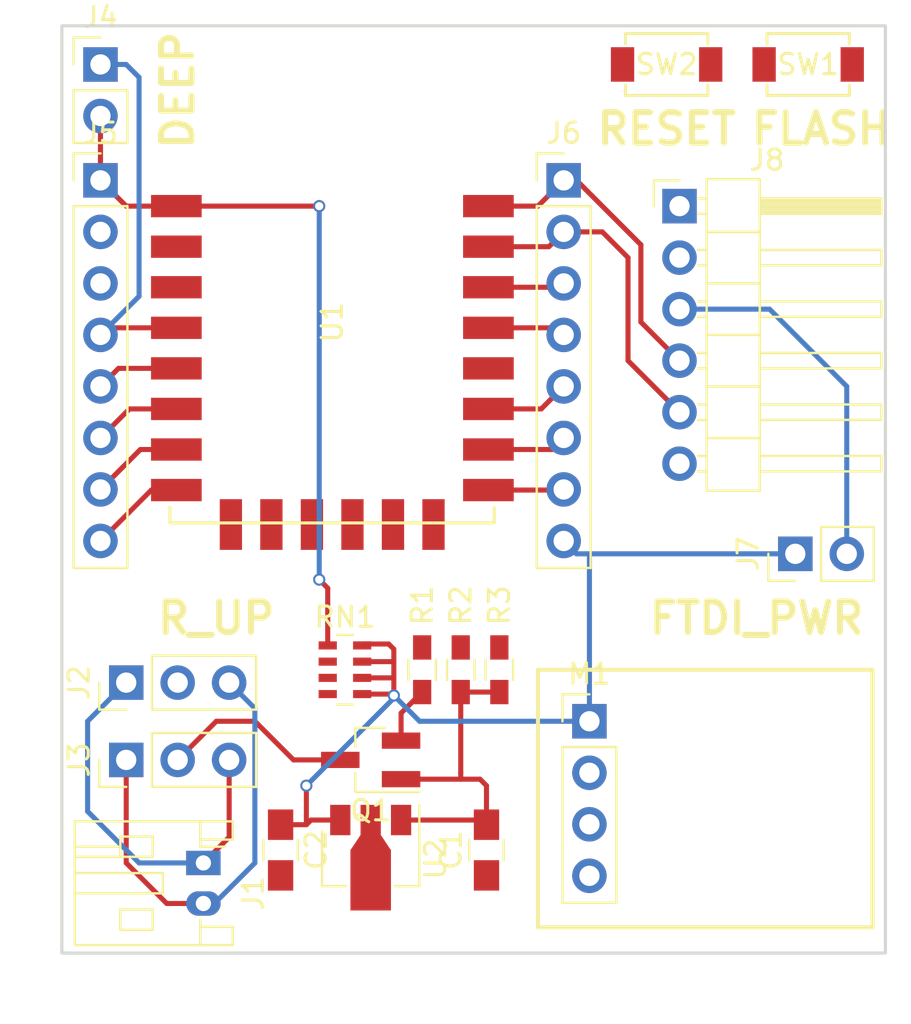
<source format=kicad_pcb>
(kicad_pcb (version 4) (host pcbnew 4.0.6-e0-6349~53~ubuntu14.04.1)

  (general
    (links 58)
    (no_connects 20)
    (area 115.494999 65.329999 156.285001 111.200001)
    (thickness 1.6)
    (drawings 13)
    (tracks 104)
    (zones 0)
    (modules 20)
    (nets 22)
  )

  (page A4)
  (layers
    (0 F.Cu signal)
    (31 B.Cu signal)
    (32 B.Adhes user)
    (33 F.Adhes user)
    (34 B.Paste user)
    (35 F.Paste user)
    (36 B.SilkS user)
    (37 F.SilkS user)
    (38 B.Mask user)
    (39 F.Mask user)
    (40 Dwgs.User user)
    (41 Cmts.User user)
    (42 Eco1.User user)
    (43 Eco2.User user)
    (44 Edge.Cuts user)
    (45 Margin user)
    (46 B.CrtYd user)
    (47 F.CrtYd user)
    (48 B.Fab user)
    (49 F.Fab user)
  )

  (setup
    (last_trace_width 0.25)
    (trace_clearance 0.2)
    (zone_clearance 0.508)
    (zone_45_only yes)
    (trace_min 0.2)
    (segment_width 0.2)
    (edge_width 0.15)
    (via_size 0.6)
    (via_drill 0.4)
    (via_min_size 0.4)
    (via_min_drill 0.3)
    (uvia_size 0.3)
    (uvia_drill 0.1)
    (uvias_allowed no)
    (uvia_min_size 0.2)
    (uvia_min_drill 0.1)
    (pcb_text_width 0.3)
    (pcb_text_size 1.5 1.5)
    (mod_edge_width 0.15)
    (mod_text_size 1 1)
    (mod_text_width 0.15)
    (pad_size 1.524 1.524)
    (pad_drill 0.762)
    (pad_to_mask_clearance 0.2)
    (aux_axis_origin 0 0)
    (visible_elements FFFFFF7F)
    (pcbplotparams
      (layerselection 0x00030_80000001)
      (usegerberextensions false)
      (excludeedgelayer true)
      (linewidth 0.100000)
      (plotframeref false)
      (viasonmask false)
      (mode 1)
      (useauxorigin false)
      (hpglpennumber 1)
      (hpglpenspeed 20)
      (hpglpendiameter 15)
      (hpglpenoverlay 2)
      (psnegative false)
      (psa4output false)
      (plotreference true)
      (plotvalue true)
      (plotinvisibletext false)
      (padsonsilk false)
      (subtractmaskfromsilk false)
      (outputformat 1)
      (mirror false)
      (drillshape 1)
      (scaleselection 1)
      (outputdirectory ""))
  )

  (net 0 "")
  (net 1 +3V3)
  (net 2 GND)
  (net 3 "Net-(J1-Pad1)")
  (net 4 "Net-(J1-Pad2)")
  (net 5 "Net-(J3-Pad2)")
  (net 6 RESET)
  (net 7 GPIO16)
  (net 8 /GPIO14)
  (net 9 /GPIO12)
  (net 10 /GPIO13)
  (net 11 TXD)
  (net 12 RXD)
  (net 13 "Net-(J6-Pad3)")
  (net 14 "Net-(J6-Pad4)")
  (net 15 "Net-(J6-Pad5)")
  (net 16 "Net-(J6-Pad6)")
  (net 17 "Net-(J7-Pad2)")
  (net 18 /ADC)
  (net 19 CH_PD)
  (net 20 GPIO0)
  (net 21 VBAT_PROT)

  (net_class Default "This is the default net class."
    (clearance 0.2)
    (trace_width 0.25)
    (via_dia 0.6)
    (via_drill 0.4)
    (uvia_dia 0.3)
    (uvia_drill 0.1)
    (add_net +3V3)
    (add_net /ADC)
    (add_net /GPIO12)
    (add_net /GPIO13)
    (add_net /GPIO14)
    (add_net CH_PD)
    (add_net GND)
    (add_net GPIO0)
    (add_net GPIO16)
    (add_net "Net-(J1-Pad1)")
    (add_net "Net-(J1-Pad2)")
    (add_net "Net-(J3-Pad2)")
    (add_net "Net-(J6-Pad3)")
    (add_net "Net-(J6-Pad4)")
    (add_net "Net-(J6-Pad5)")
    (add_net "Net-(J6-Pad6)")
    (add_net "Net-(J7-Pad2)")
    (add_net RESET)
    (add_net RXD)
    (add_net TXD)
    (add_net VBAT_PROT)
  )

  (module Capacitors_SMD:C_0805_HandSoldering (layer F.Cu) (tedit 58AA84A8) (tstamp 598773A0)
    (at 126.365 106.045 270)
    (descr "Capacitor SMD 0805, hand soldering")
    (tags "capacitor 0805")
    (path /59600FFC)
    (attr smd)
    (fp_text reference C2 (at 0 -1.75 270) (layer F.SilkS)
      (effects (font (size 1 1) (thickness 0.15)))
    )
    (fp_text value C (at 0 1.75 270) (layer F.Fab)
      (effects (font (size 1 1) (thickness 0.15)))
    )
    (fp_text user %R (at 0 -1.75 270) (layer F.Fab)
      (effects (font (size 1 1) (thickness 0.15)))
    )
    (fp_line (start -1 0.62) (end -1 -0.62) (layer F.Fab) (width 0.1))
    (fp_line (start 1 0.62) (end -1 0.62) (layer F.Fab) (width 0.1))
    (fp_line (start 1 -0.62) (end 1 0.62) (layer F.Fab) (width 0.1))
    (fp_line (start -1 -0.62) (end 1 -0.62) (layer F.Fab) (width 0.1))
    (fp_line (start 0.5 -0.85) (end -0.5 -0.85) (layer F.SilkS) (width 0.12))
    (fp_line (start -0.5 0.85) (end 0.5 0.85) (layer F.SilkS) (width 0.12))
    (fp_line (start -2.25 -0.88) (end 2.25 -0.88) (layer F.CrtYd) (width 0.05))
    (fp_line (start -2.25 -0.88) (end -2.25 0.87) (layer F.CrtYd) (width 0.05))
    (fp_line (start 2.25 0.87) (end 2.25 -0.88) (layer F.CrtYd) (width 0.05))
    (fp_line (start 2.25 0.87) (end -2.25 0.87) (layer F.CrtYd) (width 0.05))
    (pad 1 smd rect (at -1.25 0 270) (size 1.5 1.25) (layers F.Cu F.Paste F.Mask)
      (net 1 +3V3))
    (pad 2 smd rect (at 1.25 0 270) (size 1.5 1.25) (layers F.Cu F.Paste F.Mask)
      (net 2 GND))
    (model Capacitors_SMD.3dshapes/C_0805.wrl
      (at (xyz 0 0 0))
      (scale (xyz 1 1 1))
      (rotate (xyz 0 0 0))
    )
  )

  (module Pin_Headers:Pin_Header_Straight_1x04_Pitch2.54mm (layer F.Cu) (tedit 58CD4EC1) (tstamp 59660F2B)
    (at 141.605 99.695)
    (descr "Through hole straight pin header, 1x04, 2.54mm pitch, single row")
    (tags "Through hole pin header THT 1x04 2.54mm single row")
    (path /596007DD)
    (fp_text reference M1 (at 0 -2.33) (layer F.SilkS)
      (effects (font (size 1 1) (thickness 0.15)))
    )
    (fp_text value BMP180_Breakout (at 0 9.95) (layer F.Fab)
      (effects (font (size 1 1) (thickness 0.15)))
    )
    (fp_line (start -1.27 -1.27) (end -1.27 8.89) (layer F.Fab) (width 0.1))
    (fp_line (start -1.27 8.89) (end 1.27 8.89) (layer F.Fab) (width 0.1))
    (fp_line (start 1.27 8.89) (end 1.27 -1.27) (layer F.Fab) (width 0.1))
    (fp_line (start 1.27 -1.27) (end -1.27 -1.27) (layer F.Fab) (width 0.1))
    (fp_line (start -1.33 1.27) (end -1.33 8.95) (layer F.SilkS) (width 0.12))
    (fp_line (start -1.33 8.95) (end 1.33 8.95) (layer F.SilkS) (width 0.12))
    (fp_line (start 1.33 8.95) (end 1.33 1.27) (layer F.SilkS) (width 0.12))
    (fp_line (start 1.33 1.27) (end -1.33 1.27) (layer F.SilkS) (width 0.12))
    (fp_line (start -1.33 0) (end -1.33 -1.33) (layer F.SilkS) (width 0.12))
    (fp_line (start -1.33 -1.33) (end 0 -1.33) (layer F.SilkS) (width 0.12))
    (fp_line (start -1.8 -1.8) (end -1.8 9.4) (layer F.CrtYd) (width 0.05))
    (fp_line (start -1.8 9.4) (end 1.8 9.4) (layer F.CrtYd) (width 0.05))
    (fp_line (start 1.8 9.4) (end 1.8 -1.8) (layer F.CrtYd) (width 0.05))
    (fp_line (start 1.8 -1.8) (end -1.8 -1.8) (layer F.CrtYd) (width 0.05))
    (fp_text user %R (at 0 -2.33) (layer F.Fab)
      (effects (font (size 1 1) (thickness 0.15)))
    )
    (pad 1 thru_hole rect (at 0 0) (size 1.7 1.7) (drill 1) (layers *.Cu *.Mask)
      (net 1 +3V3))
    (pad 2 thru_hole oval (at 0 2.54) (size 1.7 1.7) (drill 1) (layers *.Cu *.Mask)
      (net 2 GND))
    (pad 3 thru_hole oval (at 0 5.08) (size 1.7 1.7) (drill 1) (layers *.Cu *.Mask)
      (net 13 "Net-(J6-Pad3)"))
    (pad 4 thru_hole oval (at 0 7.62) (size 1.7 1.7) (drill 1) (layers *.Cu *.Mask)
      (net 14 "Net-(J6-Pad4)"))
    (model ${KISYS3DMOD}/Pin_Headers.3dshapes/Pin_Header_Straight_1x04_Pitch2.54mm.wrl
      (at (xyz 0 -0.15 0))
      (scale (xyz 1 1 1))
      (rotate (xyz 0 0 90))
    )
  )

  (module ESP8266:ESP-12E_SMD (layer F.Cu) (tedit 5960252E) (tstamp 59660F59)
    (at 121.92 74.295)
    (descr "Module, ESP-8266, ESP-12, 16 pad, SMD")
    (tags "Module ESP-8266 ESP8266")
    (path /595FFFFC)
    (fp_text reference U1 (at 6.985 5.715 90) (layer F.SilkS)
      (effects (font (size 1 1) (thickness 0.15)))
    )
    (fp_text value ESP-12E (at 5.08 6.35 90) (layer F.Fab) hide
      (effects (font (size 1 1) (thickness 0.15)))
    )
    (fp_line (start -2.25 -0.5) (end -2.25 -8.75) (layer F.CrtYd) (width 0.05))
    (fp_line (start -2.25 -8.75) (end 15.25 -8.75) (layer F.CrtYd) (width 0.05))
    (fp_line (start 15.25 -8.75) (end 16.25 -8.75) (layer F.CrtYd) (width 0.05))
    (fp_line (start 16.25 -8.75) (end 16.25 16) (layer F.CrtYd) (width 0.05))
    (fp_line (start 16.25 16) (end -2.25 16) (layer F.CrtYd) (width 0.05))
    (fp_line (start -2.25 16) (end -2.25 -0.5) (layer F.CrtYd) (width 0.05))
    (fp_line (start -1.016 -8.382) (end 14.986 -8.382) (layer F.CrtYd) (width 0.1524))
    (fp_line (start 14.986 -8.382) (end 14.986 -0.889) (layer F.CrtYd) (width 0.1524))
    (fp_line (start -1.016 -8.382) (end -1.016 -1.016) (layer F.CrtYd) (width 0.1524))
    (fp_line (start -1.016 14.859) (end -1.016 15.621) (layer F.SilkS) (width 0.1524))
    (fp_line (start -1.016 15.621) (end 14.986 15.621) (layer F.SilkS) (width 0.1524))
    (fp_line (start 14.986 15.621) (end 14.986 14.859) (layer F.SilkS) (width 0.1524))
    (fp_line (start 14.992 -8.4) (end -1.008 -2.6) (layer F.CrtYd) (width 0.1524))
    (fp_line (start -1.008 -8.4) (end 14.992 -2.6) (layer F.CrtYd) (width 0.1524))
    (fp_text user "No Copper" (at 6.892 -5.4) (layer F.CrtYd)
      (effects (font (size 1 1) (thickness 0.15)))
    )
    (fp_line (start -1.008 -2.6) (end 14.992 -2.6) (layer F.CrtYd) (width 0.1524))
    (fp_line (start 15 -8.4) (end 15 15.6) (layer F.Fab) (width 0.05))
    (fp_line (start 14.992 15.6) (end -1.008 15.6) (layer F.Fab) (width 0.05))
    (fp_line (start -1.008 15.6) (end -1.008 -8.4) (layer F.Fab) (width 0.05))
    (fp_line (start -1.008 -8.4) (end 14.992 -8.4) (layer F.Fab) (width 0.05))
    (pad 1 smd rect (at 0 0) (size 2.5 1.1) (drill (offset -0.7 0)) (layers F.Cu F.Paste F.Mask)
      (net 6 RESET))
    (pad 2 smd rect (at 0 2) (size 2.5 1.1) (drill (offset -0.7 0)) (layers F.Cu F.Paste F.Mask)
      (net 18 /ADC))
    (pad 3 smd rect (at 0 4) (size 2.5 1.1) (drill (offset -0.7 0)) (layers F.Cu F.Paste F.Mask)
      (net 19 CH_PD))
    (pad 4 smd rect (at 0 6) (size 2.5 1.1) (drill (offset -0.7 0)) (layers F.Cu F.Paste F.Mask)
      (net 7 GPIO16))
    (pad 5 smd rect (at 0 8) (size 2.5 1.1) (drill (offset -0.7 0)) (layers F.Cu F.Paste F.Mask)
      (net 8 /GPIO14))
    (pad 6 smd rect (at 0 10) (size 2.5 1.1) (drill (offset -0.7 0)) (layers F.Cu F.Paste F.Mask)
      (net 9 /GPIO12))
    (pad 7 smd rect (at 0 12) (size 2.5 1.1) (drill (offset -0.7 0)) (layers F.Cu F.Paste F.Mask)
      (net 10 /GPIO13))
    (pad 8 smd rect (at 0 14) (size 2.5 1.1) (drill (offset -0.7 0)) (layers F.Cu F.Paste F.Mask)
      (net 1 +3V3))
    (pad 9 smd rect (at 14 14) (size 2.5 1.1) (drill (offset 0.7 0)) (layers F.Cu F.Paste F.Mask)
      (net 2 GND))
    (pad 10 smd rect (at 14 12) (size 2.5 1.1) (drill (offset 0.7 0)) (layers F.Cu F.Paste F.Mask)
      (net 16 "Net-(J6-Pad6)"))
    (pad 11 smd rect (at 14 10) (size 2.5 1.1) (drill (offset 0.7 0)) (layers F.Cu F.Paste F.Mask)
      (net 15 "Net-(J6-Pad5)"))
    (pad 12 smd rect (at 14 8) (size 2.5 1.1) (drill (offset 0.7 0)) (layers F.Cu F.Paste F.Mask)
      (net 20 GPIO0))
    (pad 13 smd rect (at 14 6) (size 2.5 1.1) (drill (offset 0.7 0)) (layers F.Cu F.Paste F.Mask)
      (net 14 "Net-(J6-Pad4)"))
    (pad 14 smd rect (at 14 4) (size 2.5 1.1) (drill (offset 0.7 0)) (layers F.Cu F.Paste F.Mask)
      (net 13 "Net-(J6-Pad3)"))
    (pad 15 smd rect (at 14 2) (size 2.5 1.1) (drill (offset 0.7 0)) (layers F.Cu F.Paste F.Mask)
      (net 12 RXD))
    (pad 16 smd rect (at 14 0) (size 2.5 1.1) (drill (offset 0.7 0)) (layers F.Cu F.Paste F.Mask)
      (net 11 TXD))
    (pad 17 smd rect (at 1.99 15 90) (size 2.5 1.1) (drill (offset -0.7 0)) (layers F.Cu F.Paste F.Mask))
    (pad 18 smd rect (at 3.99 15 90) (size 2.5 1.1) (drill (offset -0.7 0)) (layers F.Cu F.Paste F.Mask))
    (pad 19 smd rect (at 5.99 15 90) (size 2.5 1.1) (drill (offset -0.7 0)) (layers F.Cu F.Paste F.Mask))
    (pad 20 smd rect (at 7.99 15 90) (size 2.5 1.1) (drill (offset -0.7 0)) (layers F.Cu F.Paste F.Mask))
    (pad 21 smd rect (at 9.99 15 90) (size 2.5 1.1) (drill (offset -0.7 0)) (layers F.Cu F.Paste F.Mask))
    (pad 22 smd rect (at 11.99 15 90) (size 2.5 1.1) (drill (offset -0.7 0)) (layers F.Cu F.Paste F.Mask))
    (model ${ESPLIB}/ESP8266.3dshapes/ESP-12.wrl
      (at (xyz 0 0 0))
      (scale (xyz 0.3937 0.3937 0.3937))
      (rotate (xyz 0 0 0))
    )
  )

  (module Connectors_JST:JST_PH_S2B-PH-K_02x2.00mm_Angled (layer F.Cu) (tedit 58D3FE32) (tstamp 5971B0F5)
    (at 122.555 106.68 270)
    (descr "JST PH series connector, S2B-PH-K, side entry type, through hole, Datasheet: http://www.jst-mfg.com/product/pdf/eng/ePH.pdf")
    (tags "connector jst ph")
    (path /59600C15)
    (fp_text reference J1 (at 1.5 -2.45 270) (layer F.SilkS)
      (effects (font (size 1 1) (thickness 0.15)))
    )
    (fp_text value CONN_01X02 (at 1 7.25 270) (layer F.Fab)
      (effects (font (size 1 1) (thickness 0.15)))
    )
    (fp_line (start 0.5 6.35) (end 0.5 2) (layer F.SilkS) (width 0.12))
    (fp_line (start 0.5 2) (end 1.5 2) (layer F.SilkS) (width 0.12))
    (fp_line (start 1.5 2) (end 1.5 6.35) (layer F.SilkS) (width 0.12))
    (fp_line (start -0.8 0.15) (end -1.15 0.15) (layer F.SilkS) (width 0.12))
    (fp_line (start -1.15 0.15) (end -1.15 -1.45) (layer F.SilkS) (width 0.12))
    (fp_line (start -1.15 -1.45) (end -2.05 -1.45) (layer F.SilkS) (width 0.12))
    (fp_line (start -2.05 -1.45) (end -2.05 6.35) (layer F.SilkS) (width 0.12))
    (fp_line (start -2.05 6.35) (end 4.05 6.35) (layer F.SilkS) (width 0.12))
    (fp_line (start 4.05 6.35) (end 4.05 -1.45) (layer F.SilkS) (width 0.12))
    (fp_line (start 4.05 -1.45) (end 3.15 -1.45) (layer F.SilkS) (width 0.12))
    (fp_line (start 3.15 -1.45) (end 3.15 0.15) (layer F.SilkS) (width 0.12))
    (fp_line (start 3.15 0.15) (end 2.8 0.15) (layer F.SilkS) (width 0.12))
    (fp_line (start -2.05 0.15) (end -1.15 0.15) (layer F.SilkS) (width 0.12))
    (fp_line (start 4.05 0.15) (end 3.15 0.15) (layer F.SilkS) (width 0.12))
    (fp_line (start -1.3 2.5) (end -1.3 4.1) (layer F.SilkS) (width 0.12))
    (fp_line (start -1.3 4.1) (end -0.3 4.1) (layer F.SilkS) (width 0.12))
    (fp_line (start -0.3 4.1) (end -0.3 2.5) (layer F.SilkS) (width 0.12))
    (fp_line (start -0.3 2.5) (end -1.3 2.5) (layer F.SilkS) (width 0.12))
    (fp_line (start 3.3 2.5) (end 3.3 4.1) (layer F.SilkS) (width 0.12))
    (fp_line (start 3.3 4.1) (end 2.3 4.1) (layer F.SilkS) (width 0.12))
    (fp_line (start 2.3 4.1) (end 2.3 2.5) (layer F.SilkS) (width 0.12))
    (fp_line (start 2.3 2.5) (end 3.3 2.5) (layer F.SilkS) (width 0.12))
    (fp_line (start -0.3 4.1) (end -0.3 6.35) (layer F.SilkS) (width 0.12))
    (fp_line (start -0.8 4.1) (end -0.8 6.35) (layer F.SilkS) (width 0.12))
    (fp_line (start -2.45 -1.85) (end -2.45 6.75) (layer F.CrtYd) (width 0.05))
    (fp_line (start -2.45 6.75) (end 4.45 6.75) (layer F.CrtYd) (width 0.05))
    (fp_line (start 4.45 6.75) (end 4.45 -1.85) (layer F.CrtYd) (width 0.05))
    (fp_line (start 4.45 -1.85) (end -2.45 -1.85) (layer F.CrtYd) (width 0.05))
    (fp_line (start -1.25 0.25) (end -1.25 -1.35) (layer F.Fab) (width 0.1))
    (fp_line (start -1.25 -1.35) (end -1.95 -1.35) (layer F.Fab) (width 0.1))
    (fp_line (start -1.95 -1.35) (end -1.95 6.25) (layer F.Fab) (width 0.1))
    (fp_line (start -1.95 6.25) (end 3.95 6.25) (layer F.Fab) (width 0.1))
    (fp_line (start 3.95 6.25) (end 3.95 -1.35) (layer F.Fab) (width 0.1))
    (fp_line (start 3.95 -1.35) (end 3.25 -1.35) (layer F.Fab) (width 0.1))
    (fp_line (start 3.25 -1.35) (end 3.25 0.25) (layer F.Fab) (width 0.1))
    (fp_line (start 3.25 0.25) (end -1.25 0.25) (layer F.Fab) (width 0.1))
    (fp_line (start -0.8 0.15) (end -0.8 -1.05) (layer F.SilkS) (width 0.12))
    (fp_line (start 0 0.85) (end -0.5 1.35) (layer F.Fab) (width 0.1))
    (fp_line (start -0.5 1.35) (end 0.5 1.35) (layer F.Fab) (width 0.1))
    (fp_line (start 0.5 1.35) (end 0 0.85) (layer F.Fab) (width 0.1))
    (fp_text user %R (at 1 2.5 270) (layer F.Fab)
      (effects (font (size 1 1) (thickness 0.15)))
    )
    (pad 1 thru_hole rect (at 0 0 270) (size 1.2 1.7) (drill 0.75) (layers *.Cu *.Mask)
      (net 3 "Net-(J1-Pad1)"))
    (pad 2 thru_hole oval (at 2 0 270) (size 1.2 1.7) (drill 0.75) (layers *.Cu *.Mask)
      (net 4 "Net-(J1-Pad2)"))
    (model ${KISYS3DMOD}/Connectors_JST.3dshapes/JST_PH_S2B-PH-K_02x2.00mm_Angled.wrl
      (at (xyz 0 0 0))
      (scale (xyz 1 1 1))
      (rotate (xyz 0 0 0))
    )
  )

  (module TO_SOT_Packages_SMD:SOT-23_Handsoldering (layer F.Cu) (tedit 58CE4E7E) (tstamp 5971B10A)
    (at 130.81 101.6 180)
    (descr "SOT-23, Handsoldering")
    (tags SOT-23)
    (path /59601897)
    (attr smd)
    (fp_text reference Q1 (at 0 -2.5 180) (layer F.SilkS)
      (effects (font (size 1 1) (thickness 0.15)))
    )
    (fp_text value Q_PMOS_GSD (at 0 2.5 180) (layer F.Fab)
      (effects (font (size 1 1) (thickness 0.15)))
    )
    (fp_text user %R (at 0 0 180) (layer F.Fab)
      (effects (font (size 0.5 0.5) (thickness 0.075)))
    )
    (fp_line (start 0.76 1.58) (end 0.76 0.65) (layer F.SilkS) (width 0.12))
    (fp_line (start 0.76 -1.58) (end 0.76 -0.65) (layer F.SilkS) (width 0.12))
    (fp_line (start -2.7 -1.75) (end 2.7 -1.75) (layer F.CrtYd) (width 0.05))
    (fp_line (start 2.7 -1.75) (end 2.7 1.75) (layer F.CrtYd) (width 0.05))
    (fp_line (start 2.7 1.75) (end -2.7 1.75) (layer F.CrtYd) (width 0.05))
    (fp_line (start -2.7 1.75) (end -2.7 -1.75) (layer F.CrtYd) (width 0.05))
    (fp_line (start 0.76 -1.58) (end -2.4 -1.58) (layer F.SilkS) (width 0.12))
    (fp_line (start -0.7 -0.95) (end -0.7 1.5) (layer F.Fab) (width 0.1))
    (fp_line (start -0.15 -1.52) (end 0.7 -1.52) (layer F.Fab) (width 0.1))
    (fp_line (start -0.7 -0.95) (end -0.15 -1.52) (layer F.Fab) (width 0.1))
    (fp_line (start 0.7 -1.52) (end 0.7 1.52) (layer F.Fab) (width 0.1))
    (fp_line (start -0.7 1.52) (end 0.7 1.52) (layer F.Fab) (width 0.1))
    (fp_line (start 0.76 1.58) (end -0.7 1.58) (layer F.SilkS) (width 0.12))
    (pad 1 smd rect (at -1.5 -0.95 180) (size 1.9 0.8) (layers F.Cu F.Paste F.Mask)
      (net 2 GND))
    (pad 2 smd rect (at -1.5 0.95 180) (size 1.9 0.8) (layers F.Cu F.Paste F.Mask)
      (net 21 VBAT_PROT))
    (pad 3 smd rect (at 1.5 0 180) (size 1.9 0.8) (layers F.Cu F.Paste F.Mask)
      (net 5 "Net-(J3-Pad2)"))
    (model ${KISYS3DMOD}/TO_SOT_Packages_SMD.3dshapes\SOT-23.wrl
      (at (xyz 0 0 0))
      (scale (xyz 1 1 1))
      (rotate (xyz 0 0 0))
    )
  )

  (module Resistors_SMD:R_0603_HandSoldering (layer F.Cu) (tedit 596020B9) (tstamp 5971B11B)
    (at 133.35 97.155 90)
    (descr "Resistor SMD 0603, hand soldering")
    (tags "resistor 0603")
    (path /5960122C)
    (attr smd)
    (fp_text reference R1 (at 3.175 0 90) (layer F.SilkS)
      (effects (font (size 1 1) (thickness 0.15)))
    )
    (fp_text value 320K (at 0 1.55 90) (layer F.Fab)
      (effects (font (size 1 1) (thickness 0.15)))
    )
    (fp_text user %R (at 0 0 90) (layer F.Fab)
      (effects (font (size 0.5 0.5) (thickness 0.075)))
    )
    (fp_line (start -0.8 0.4) (end -0.8 -0.4) (layer F.Fab) (width 0.1))
    (fp_line (start 0.8 0.4) (end -0.8 0.4) (layer F.Fab) (width 0.1))
    (fp_line (start 0.8 -0.4) (end 0.8 0.4) (layer F.Fab) (width 0.1))
    (fp_line (start -0.8 -0.4) (end 0.8 -0.4) (layer F.Fab) (width 0.1))
    (fp_line (start 0.5 0.68) (end -0.5 0.68) (layer F.SilkS) (width 0.12))
    (fp_line (start -0.5 -0.68) (end 0.5 -0.68) (layer F.SilkS) (width 0.12))
    (fp_line (start -1.96 -0.7) (end 1.95 -0.7) (layer F.CrtYd) (width 0.05))
    (fp_line (start -1.96 -0.7) (end -1.96 0.7) (layer F.CrtYd) (width 0.05))
    (fp_line (start 1.95 0.7) (end 1.95 -0.7) (layer F.CrtYd) (width 0.05))
    (fp_line (start 1.95 0.7) (end -1.96 0.7) (layer F.CrtYd) (width 0.05))
    (pad 1 smd rect (at -1.1 0 90) (size 1.2 0.9) (layers F.Cu F.Paste F.Mask)
      (net 21 VBAT_PROT))
    (pad 2 smd rect (at 1.1 0 90) (size 1.2 0.9) (layers F.Cu F.Paste F.Mask)
      (net 18 /ADC))
    (model ${KISYS3DMOD}/Resistors_SMD.3dshapes/R_0603.wrl
      (at (xyz 0 0 0))
      (scale (xyz 1 1 1))
      (rotate (xyz 0 0 0))
    )
  )

  (module Resistors_SMD:R_0603_HandSoldering (layer F.Cu) (tedit 596020B6) (tstamp 5971B12C)
    (at 135.255 97.155 270)
    (descr "Resistor SMD 0603, hand soldering")
    (tags "resistor 0603")
    (path /59601270)
    (attr smd)
    (fp_text reference R2 (at -3.175 0 270) (layer F.SilkS)
      (effects (font (size 1 1) (thickness 0.15)))
    )
    (fp_text value 100K (at 0 1.55 270) (layer F.Fab)
      (effects (font (size 1 1) (thickness 0.15)))
    )
    (fp_text user %R (at 0 0 270) (layer F.Fab)
      (effects (font (size 0.5 0.5) (thickness 0.075)))
    )
    (fp_line (start -0.8 0.4) (end -0.8 -0.4) (layer F.Fab) (width 0.1))
    (fp_line (start 0.8 0.4) (end -0.8 0.4) (layer F.Fab) (width 0.1))
    (fp_line (start 0.8 -0.4) (end 0.8 0.4) (layer F.Fab) (width 0.1))
    (fp_line (start -0.8 -0.4) (end 0.8 -0.4) (layer F.Fab) (width 0.1))
    (fp_line (start 0.5 0.68) (end -0.5 0.68) (layer F.SilkS) (width 0.12))
    (fp_line (start -0.5 -0.68) (end 0.5 -0.68) (layer F.SilkS) (width 0.12))
    (fp_line (start -1.96 -0.7) (end 1.95 -0.7) (layer F.CrtYd) (width 0.05))
    (fp_line (start -1.96 -0.7) (end -1.96 0.7) (layer F.CrtYd) (width 0.05))
    (fp_line (start 1.95 0.7) (end 1.95 -0.7) (layer F.CrtYd) (width 0.05))
    (fp_line (start 1.95 0.7) (end -1.96 0.7) (layer F.CrtYd) (width 0.05))
    (pad 1 smd rect (at -1.1 0 270) (size 1.2 0.9) (layers F.Cu F.Paste F.Mask)
      (net 18 /ADC))
    (pad 2 smd rect (at 1.1 0 270) (size 1.2 0.9) (layers F.Cu F.Paste F.Mask)
      (net 2 GND))
    (model ${KISYS3DMOD}/Resistors_SMD.3dshapes/R_0603.wrl
      (at (xyz 0 0 0))
      (scale (xyz 1 1 1))
      (rotate (xyz 0 0 0))
    )
  )

  (module TO_SOT_Packages_SMD:SOT89-3_Housing (layer F.Cu) (tedit 58CE4E7F) (tstamp 5971B143)
    (at 130.81 106.045 270)
    (descr "SOT89-3, Housing,")
    (tags "SOT89-3 Housing ")
    (path /59600CBD)
    (attr smd)
    (fp_text reference U2 (at 0.45 -3.2 270) (layer F.SilkS)
      (effects (font (size 1 1) (thickness 0.15)))
    )
    (fp_text value MCP1703A-3302/MB (at 0.45 3.25 270) (layer F.Fab)
      (effects (font (size 1 1) (thickness 0.15)))
    )
    (fp_text user %R (at 0.38 0 270) (layer F.Fab)
      (effects (font (size 0.6 0.6) (thickness 0.09)))
    )
    (fp_line (start 1.78 1.2) (end 1.78 2.4) (layer F.SilkS) (width 0.12))
    (fp_line (start 1.78 2.4) (end -0.92 2.4) (layer F.SilkS) (width 0.12))
    (fp_line (start -2.22 -2.4) (end 1.78 -2.4) (layer F.SilkS) (width 0.12))
    (fp_line (start 1.78 -2.4) (end 1.78 -1.2) (layer F.SilkS) (width 0.12))
    (fp_line (start -0.92 -1.51) (end -0.13 -2.3) (layer F.Fab) (width 0.1))
    (fp_line (start 1.68 -2.3) (end 1.68 2.3) (layer F.Fab) (width 0.1))
    (fp_line (start 1.68 2.3) (end -0.92 2.3) (layer F.Fab) (width 0.1))
    (fp_line (start -0.92 2.3) (end -0.92 -1.51) (layer F.Fab) (width 0.1))
    (fp_line (start -0.13 -2.3) (end 1.68 -2.3) (layer F.Fab) (width 0.1))
    (fp_line (start 3.23 -2.55) (end 3.23 2.55) (layer F.CrtYd) (width 0.05))
    (fp_line (start 3.23 -2.55) (end -2.48 -2.55) (layer F.CrtYd) (width 0.05))
    (fp_line (start -2.48 2.55) (end 3.23 2.55) (layer F.CrtYd) (width 0.05))
    (fp_line (start -2.48 2.55) (end -2.48 -2.55) (layer F.CrtYd) (width 0.05))
    (pad 1 smd rect (at -1.48 -1.5 180) (size 1 1.5) (layers F.Cu F.Paste F.Mask)
      (net 2 GND))
    (pad 2 smd rect (at -1.48 0 180) (size 1 1.5) (layers F.Cu F.Paste F.Mask)
      (net 21 VBAT_PROT))
    (pad 3 smd rect (at -1.48 1.5 180) (size 1 1.5) (layers F.Cu F.Paste F.Mask)
      (net 1 +3V3))
    (pad 2 smd rect (at 1.48 0 180) (size 2 3) (layers F.Cu F.Paste F.Mask)
      (net 21 VBAT_PROT))
    (pad 2 smd trapezoid (at -0.37 0) (size 1.5 0.75) (rect_delta 0 0.5 ) (layers F.Cu F.Paste F.Mask)
      (net 21 VBAT_PROT))
    (model ${KISYS3DMOD}/TO_SOT_Packages_SMD.3dshapes/SOT89-3_Housing.wrl
      (at (xyz 0.02 0 0))
      (scale (xyz 0.39 0.39 0.39))
      (rotate (xyz 0 0 90))
    )
  )

  (module Pin_Headers:Pin_Header_Straight_1x03_Pitch2.54mm (layer F.Cu) (tedit 58CD4EC1) (tstamp 59772255)
    (at 118.745 97.79 90)
    (descr "Through hole straight pin header, 1x03, 2.54mm pitch, single row")
    (tags "Through hole pin header THT 1x03 2.54mm single row")
    (path /596014CE)
    (fp_text reference J2 (at 0 -2.33 90) (layer F.SilkS)
      (effects (font (size 1 1) (thickness 0.15)))
    )
    (fp_text value CONN_01X03 (at 0 7.41 90) (layer F.Fab)
      (effects (font (size 1 1) (thickness 0.15)))
    )
    (fp_line (start -1.27 -1.27) (end -1.27 6.35) (layer F.Fab) (width 0.1))
    (fp_line (start -1.27 6.35) (end 1.27 6.35) (layer F.Fab) (width 0.1))
    (fp_line (start 1.27 6.35) (end 1.27 -1.27) (layer F.Fab) (width 0.1))
    (fp_line (start 1.27 -1.27) (end -1.27 -1.27) (layer F.Fab) (width 0.1))
    (fp_line (start -1.33 1.27) (end -1.33 6.41) (layer F.SilkS) (width 0.12))
    (fp_line (start -1.33 6.41) (end 1.33 6.41) (layer F.SilkS) (width 0.12))
    (fp_line (start 1.33 6.41) (end 1.33 1.27) (layer F.SilkS) (width 0.12))
    (fp_line (start 1.33 1.27) (end -1.33 1.27) (layer F.SilkS) (width 0.12))
    (fp_line (start -1.33 0) (end -1.33 -1.33) (layer F.SilkS) (width 0.12))
    (fp_line (start -1.33 -1.33) (end 0 -1.33) (layer F.SilkS) (width 0.12))
    (fp_line (start -1.8 -1.8) (end -1.8 6.85) (layer F.CrtYd) (width 0.05))
    (fp_line (start -1.8 6.85) (end 1.8 6.85) (layer F.CrtYd) (width 0.05))
    (fp_line (start 1.8 6.85) (end 1.8 -1.8) (layer F.CrtYd) (width 0.05))
    (fp_line (start 1.8 -1.8) (end -1.8 -1.8) (layer F.CrtYd) (width 0.05))
    (fp_text user %R (at 0 -2.33 90) (layer F.Fab)
      (effects (font (size 1 1) (thickness 0.15)))
    )
    (pad 1 thru_hole rect (at 0 0 90) (size 1.7 1.7) (drill 1) (layers *.Cu *.Mask)
      (net 3 "Net-(J1-Pad1)"))
    (pad 2 thru_hole oval (at 0 2.54 90) (size 1.7 1.7) (drill 1) (layers *.Cu *.Mask)
      (net 2 GND))
    (pad 3 thru_hole oval (at 0 5.08 90) (size 1.7 1.7) (drill 1) (layers *.Cu *.Mask)
      (net 4 "Net-(J1-Pad2)"))
    (model ${KISYS3DMOD}/Pin_Headers.3dshapes/Pin_Header_Straight_1x03_Pitch2.54mm.wrl
      (at (xyz 0 -0.1 0))
      (scale (xyz 1 1 1))
      (rotate (xyz 0 0 90))
    )
  )

  (module Pin_Headers:Pin_Header_Straight_1x03_Pitch2.54mm (layer F.Cu) (tedit 58CD4EC1) (tstamp 5977226B)
    (at 118.745 101.6 90)
    (descr "Through hole straight pin header, 1x03, 2.54mm pitch, single row")
    (tags "Through hole pin header THT 1x03 2.54mm single row")
    (path /596013C5)
    (fp_text reference J3 (at 0 -2.33 90) (layer F.SilkS)
      (effects (font (size 1 1) (thickness 0.15)))
    )
    (fp_text value CONN_01X03 (at 0 7.41 90) (layer F.Fab)
      (effects (font (size 1 1) (thickness 0.15)))
    )
    (fp_line (start -1.27 -1.27) (end -1.27 6.35) (layer F.Fab) (width 0.1))
    (fp_line (start -1.27 6.35) (end 1.27 6.35) (layer F.Fab) (width 0.1))
    (fp_line (start 1.27 6.35) (end 1.27 -1.27) (layer F.Fab) (width 0.1))
    (fp_line (start 1.27 -1.27) (end -1.27 -1.27) (layer F.Fab) (width 0.1))
    (fp_line (start -1.33 1.27) (end -1.33 6.41) (layer F.SilkS) (width 0.12))
    (fp_line (start -1.33 6.41) (end 1.33 6.41) (layer F.SilkS) (width 0.12))
    (fp_line (start 1.33 6.41) (end 1.33 1.27) (layer F.SilkS) (width 0.12))
    (fp_line (start 1.33 1.27) (end -1.33 1.27) (layer F.SilkS) (width 0.12))
    (fp_line (start -1.33 0) (end -1.33 -1.33) (layer F.SilkS) (width 0.12))
    (fp_line (start -1.33 -1.33) (end 0 -1.33) (layer F.SilkS) (width 0.12))
    (fp_line (start -1.8 -1.8) (end -1.8 6.85) (layer F.CrtYd) (width 0.05))
    (fp_line (start -1.8 6.85) (end 1.8 6.85) (layer F.CrtYd) (width 0.05))
    (fp_line (start 1.8 6.85) (end 1.8 -1.8) (layer F.CrtYd) (width 0.05))
    (fp_line (start 1.8 -1.8) (end -1.8 -1.8) (layer F.CrtYd) (width 0.05))
    (fp_text user %R (at 0 -2.33 90) (layer F.Fab)
      (effects (font (size 1 1) (thickness 0.15)))
    )
    (pad 1 thru_hole rect (at 0 0 90) (size 1.7 1.7) (drill 1) (layers *.Cu *.Mask)
      (net 4 "Net-(J1-Pad2)"))
    (pad 2 thru_hole oval (at 0 2.54 90) (size 1.7 1.7) (drill 1) (layers *.Cu *.Mask)
      (net 5 "Net-(J3-Pad2)"))
    (pad 3 thru_hole oval (at 0 5.08 90) (size 1.7 1.7) (drill 1) (layers *.Cu *.Mask)
      (net 3 "Net-(J1-Pad1)"))
    (model ${KISYS3DMOD}/Pin_Headers.3dshapes/Pin_Header_Straight_1x03_Pitch2.54mm.wrl
      (at (xyz 0 -0.1 0))
      (scale (xyz 1 1 1))
      (rotate (xyz 0 0 90))
    )
  )

  (module Capacitors_SMD:C_0805_HandSoldering (layer F.Cu) (tedit 58AA84A8) (tstamp 5987738F)
    (at 136.525 106.045 90)
    (descr "Capacitor SMD 0805, hand soldering")
    (tags "capacitor 0805")
    (path /596010EE)
    (attr smd)
    (fp_text reference C1 (at 0 -1.75 90) (layer F.SilkS)
      (effects (font (size 1 1) (thickness 0.15)))
    )
    (fp_text value C (at 0 1.75 90) (layer F.Fab)
      (effects (font (size 1 1) (thickness 0.15)))
    )
    (fp_text user %R (at 0 -1.75 90) (layer F.Fab)
      (effects (font (size 1 1) (thickness 0.15)))
    )
    (fp_line (start -1 0.62) (end -1 -0.62) (layer F.Fab) (width 0.1))
    (fp_line (start 1 0.62) (end -1 0.62) (layer F.Fab) (width 0.1))
    (fp_line (start 1 -0.62) (end 1 0.62) (layer F.Fab) (width 0.1))
    (fp_line (start -1 -0.62) (end 1 -0.62) (layer F.Fab) (width 0.1))
    (fp_line (start 0.5 -0.85) (end -0.5 -0.85) (layer F.SilkS) (width 0.12))
    (fp_line (start -0.5 0.85) (end 0.5 0.85) (layer F.SilkS) (width 0.12))
    (fp_line (start -2.25 -0.88) (end 2.25 -0.88) (layer F.CrtYd) (width 0.05))
    (fp_line (start -2.25 -0.88) (end -2.25 0.87) (layer F.CrtYd) (width 0.05))
    (fp_line (start 2.25 0.87) (end 2.25 -0.88) (layer F.CrtYd) (width 0.05))
    (fp_line (start 2.25 0.87) (end -2.25 0.87) (layer F.CrtYd) (width 0.05))
    (pad 1 smd rect (at -1.25 0 90) (size 1.5 1.25) (layers F.Cu F.Paste F.Mask)
      (net 21 VBAT_PROT))
    (pad 2 smd rect (at 1.25 0 90) (size 1.5 1.25) (layers F.Cu F.Paste F.Mask)
      (net 2 GND))
    (model Capacitors_SMD.3dshapes/C_0805.wrl
      (at (xyz 0 0 0))
      (scale (xyz 1 1 1))
      (rotate (xyz 0 0 0))
    )
  )

  (module Pin_Headers:Pin_Header_Straight_1x08_Pitch2.54mm (layer F.Cu) (tedit 58CD4EC1) (tstamp 598773BB)
    (at 117.475 73.025)
    (descr "Through hole straight pin header, 1x08, 2.54mm pitch, single row")
    (tags "Through hole pin header THT 1x08 2.54mm single row")
    (path /59602C27)
    (fp_text reference J5 (at 0 -2.33) (layer F.SilkS)
      (effects (font (size 1 1) (thickness 0.15)))
    )
    (fp_text value CONN_01X08 (at 0 20.11) (layer F.Fab)
      (effects (font (size 1 1) (thickness 0.15)))
    )
    (fp_line (start -1.27 -1.27) (end -1.27 19.05) (layer F.Fab) (width 0.1))
    (fp_line (start -1.27 19.05) (end 1.27 19.05) (layer F.Fab) (width 0.1))
    (fp_line (start 1.27 19.05) (end 1.27 -1.27) (layer F.Fab) (width 0.1))
    (fp_line (start 1.27 -1.27) (end -1.27 -1.27) (layer F.Fab) (width 0.1))
    (fp_line (start -1.33 1.27) (end -1.33 19.11) (layer F.SilkS) (width 0.12))
    (fp_line (start -1.33 19.11) (end 1.33 19.11) (layer F.SilkS) (width 0.12))
    (fp_line (start 1.33 19.11) (end 1.33 1.27) (layer F.SilkS) (width 0.12))
    (fp_line (start 1.33 1.27) (end -1.33 1.27) (layer F.SilkS) (width 0.12))
    (fp_line (start -1.33 0) (end -1.33 -1.33) (layer F.SilkS) (width 0.12))
    (fp_line (start -1.33 -1.33) (end 0 -1.33) (layer F.SilkS) (width 0.12))
    (fp_line (start -1.8 -1.8) (end -1.8 19.55) (layer F.CrtYd) (width 0.05))
    (fp_line (start -1.8 19.55) (end 1.8 19.55) (layer F.CrtYd) (width 0.05))
    (fp_line (start 1.8 19.55) (end 1.8 -1.8) (layer F.CrtYd) (width 0.05))
    (fp_line (start 1.8 -1.8) (end -1.8 -1.8) (layer F.CrtYd) (width 0.05))
    (fp_text user %R (at 0 -2.33) (layer F.Fab)
      (effects (font (size 1 1) (thickness 0.15)))
    )
    (pad 1 thru_hole rect (at 0 0) (size 1.7 1.7) (drill 1) (layers *.Cu *.Mask)
      (net 6 RESET))
    (pad 2 thru_hole oval (at 0 2.54) (size 1.7 1.7) (drill 1) (layers *.Cu *.Mask))
    (pad 3 thru_hole oval (at 0 5.08) (size 1.7 1.7) (drill 1) (layers *.Cu *.Mask))
    (pad 4 thru_hole oval (at 0 7.62) (size 1.7 1.7) (drill 1) (layers *.Cu *.Mask)
      (net 7 GPIO16))
    (pad 5 thru_hole oval (at 0 10.16) (size 1.7 1.7) (drill 1) (layers *.Cu *.Mask)
      (net 8 /GPIO14))
    (pad 6 thru_hole oval (at 0 12.7) (size 1.7 1.7) (drill 1) (layers *.Cu *.Mask)
      (net 9 /GPIO12))
    (pad 7 thru_hole oval (at 0 15.24) (size 1.7 1.7) (drill 1) (layers *.Cu *.Mask)
      (net 10 /GPIO13))
    (pad 8 thru_hole oval (at 0 17.78) (size 1.7 1.7) (drill 1) (layers *.Cu *.Mask)
      (net 1 +3V3))
    (model ${KISYS3DMOD}/Pin_Headers.3dshapes/Pin_Header_Straight_1x08_Pitch2.54mm.wrl
      (at (xyz 0 -0.35 0))
      (scale (xyz 1 1 1))
      (rotate (xyz 0 0 90))
    )
  )

  (module Pin_Headers:Pin_Header_Straight_1x08_Pitch2.54mm (layer F.Cu) (tedit 58CD4EC1) (tstamp 598773D6)
    (at 140.335 73.025)
    (descr "Through hole straight pin header, 1x08, 2.54mm pitch, single row")
    (tags "Through hole pin header THT 1x08 2.54mm single row")
    (path /59602D17)
    (fp_text reference J6 (at 0 -2.33) (layer F.SilkS)
      (effects (font (size 1 1) (thickness 0.15)))
    )
    (fp_text value CONN_01X08 (at 0 20.11) (layer F.Fab)
      (effects (font (size 1 1) (thickness 0.15)))
    )
    (fp_line (start -1.27 -1.27) (end -1.27 19.05) (layer F.Fab) (width 0.1))
    (fp_line (start -1.27 19.05) (end 1.27 19.05) (layer F.Fab) (width 0.1))
    (fp_line (start 1.27 19.05) (end 1.27 -1.27) (layer F.Fab) (width 0.1))
    (fp_line (start 1.27 -1.27) (end -1.27 -1.27) (layer F.Fab) (width 0.1))
    (fp_line (start -1.33 1.27) (end -1.33 19.11) (layer F.SilkS) (width 0.12))
    (fp_line (start -1.33 19.11) (end 1.33 19.11) (layer F.SilkS) (width 0.12))
    (fp_line (start 1.33 19.11) (end 1.33 1.27) (layer F.SilkS) (width 0.12))
    (fp_line (start 1.33 1.27) (end -1.33 1.27) (layer F.SilkS) (width 0.12))
    (fp_line (start -1.33 0) (end -1.33 -1.33) (layer F.SilkS) (width 0.12))
    (fp_line (start -1.33 -1.33) (end 0 -1.33) (layer F.SilkS) (width 0.12))
    (fp_line (start -1.8 -1.8) (end -1.8 19.55) (layer F.CrtYd) (width 0.05))
    (fp_line (start -1.8 19.55) (end 1.8 19.55) (layer F.CrtYd) (width 0.05))
    (fp_line (start 1.8 19.55) (end 1.8 -1.8) (layer F.CrtYd) (width 0.05))
    (fp_line (start 1.8 -1.8) (end -1.8 -1.8) (layer F.CrtYd) (width 0.05))
    (fp_text user %R (at 0 -2.33) (layer F.Fab)
      (effects (font (size 1 1) (thickness 0.15)))
    )
    (pad 1 thru_hole rect (at 0 0) (size 1.7 1.7) (drill 1) (layers *.Cu *.Mask)
      (net 11 TXD))
    (pad 2 thru_hole oval (at 0 2.54) (size 1.7 1.7) (drill 1) (layers *.Cu *.Mask)
      (net 12 RXD))
    (pad 3 thru_hole oval (at 0 5.08) (size 1.7 1.7) (drill 1) (layers *.Cu *.Mask)
      (net 13 "Net-(J6-Pad3)"))
    (pad 4 thru_hole oval (at 0 7.62) (size 1.7 1.7) (drill 1) (layers *.Cu *.Mask)
      (net 14 "Net-(J6-Pad4)"))
    (pad 5 thru_hole oval (at 0 10.16) (size 1.7 1.7) (drill 1) (layers *.Cu *.Mask)
      (net 15 "Net-(J6-Pad5)"))
    (pad 6 thru_hole oval (at 0 12.7) (size 1.7 1.7) (drill 1) (layers *.Cu *.Mask)
      (net 16 "Net-(J6-Pad6)"))
    (pad 7 thru_hole oval (at 0 15.24) (size 1.7 1.7) (drill 1) (layers *.Cu *.Mask)
      (net 2 GND))
    (pad 8 thru_hole oval (at 0 17.78) (size 1.7 1.7) (drill 1) (layers *.Cu *.Mask)
      (net 1 +3V3))
    (model ${KISYS3DMOD}/Pin_Headers.3dshapes/Pin_Header_Straight_1x08_Pitch2.54mm.wrl
      (at (xyz 0 -0.35 0))
      (scale (xyz 1 1 1))
      (rotate (xyz 0 0 90))
    )
  )

  (module Pin_Headers:Pin_Header_Angled_1x06_Pitch2.54mm (layer F.Cu) (tedit 58CD4EC1) (tstamp 59877479)
    (at 146.05 74.295)
    (descr "Through hole angled pin header, 1x06, 2.54mm pitch, 6mm pin length, single row")
    (tags "Through hole angled pin header THT 1x06 2.54mm single row")
    (path /59604027)
    (fp_text reference J8 (at 4.315 -2.27) (layer F.SilkS)
      (effects (font (size 1 1) (thickness 0.15)))
    )
    (fp_text value CONN_01X06 (at 4.315 14.97) (layer F.Fab)
      (effects (font (size 1 1) (thickness 0.15)))
    )
    (fp_line (start 1.4 -1.27) (end 1.4 1.27) (layer F.Fab) (width 0.1))
    (fp_line (start 1.4 1.27) (end 3.9 1.27) (layer F.Fab) (width 0.1))
    (fp_line (start 3.9 1.27) (end 3.9 -1.27) (layer F.Fab) (width 0.1))
    (fp_line (start 3.9 -1.27) (end 1.4 -1.27) (layer F.Fab) (width 0.1))
    (fp_line (start 0 -0.32) (end 0 0.32) (layer F.Fab) (width 0.1))
    (fp_line (start 0 0.32) (end 9.9 0.32) (layer F.Fab) (width 0.1))
    (fp_line (start 9.9 0.32) (end 9.9 -0.32) (layer F.Fab) (width 0.1))
    (fp_line (start 9.9 -0.32) (end 0 -0.32) (layer F.Fab) (width 0.1))
    (fp_line (start 1.4 1.27) (end 1.4 3.81) (layer F.Fab) (width 0.1))
    (fp_line (start 1.4 3.81) (end 3.9 3.81) (layer F.Fab) (width 0.1))
    (fp_line (start 3.9 3.81) (end 3.9 1.27) (layer F.Fab) (width 0.1))
    (fp_line (start 3.9 1.27) (end 1.4 1.27) (layer F.Fab) (width 0.1))
    (fp_line (start 0 2.22) (end 0 2.86) (layer F.Fab) (width 0.1))
    (fp_line (start 0 2.86) (end 9.9 2.86) (layer F.Fab) (width 0.1))
    (fp_line (start 9.9 2.86) (end 9.9 2.22) (layer F.Fab) (width 0.1))
    (fp_line (start 9.9 2.22) (end 0 2.22) (layer F.Fab) (width 0.1))
    (fp_line (start 1.4 3.81) (end 1.4 6.35) (layer F.Fab) (width 0.1))
    (fp_line (start 1.4 6.35) (end 3.9 6.35) (layer F.Fab) (width 0.1))
    (fp_line (start 3.9 6.35) (end 3.9 3.81) (layer F.Fab) (width 0.1))
    (fp_line (start 3.9 3.81) (end 1.4 3.81) (layer F.Fab) (width 0.1))
    (fp_line (start 0 4.76) (end 0 5.4) (layer F.Fab) (width 0.1))
    (fp_line (start 0 5.4) (end 9.9 5.4) (layer F.Fab) (width 0.1))
    (fp_line (start 9.9 5.4) (end 9.9 4.76) (layer F.Fab) (width 0.1))
    (fp_line (start 9.9 4.76) (end 0 4.76) (layer F.Fab) (width 0.1))
    (fp_line (start 1.4 6.35) (end 1.4 8.89) (layer F.Fab) (width 0.1))
    (fp_line (start 1.4 8.89) (end 3.9 8.89) (layer F.Fab) (width 0.1))
    (fp_line (start 3.9 8.89) (end 3.9 6.35) (layer F.Fab) (width 0.1))
    (fp_line (start 3.9 6.35) (end 1.4 6.35) (layer F.Fab) (width 0.1))
    (fp_line (start 0 7.3) (end 0 7.94) (layer F.Fab) (width 0.1))
    (fp_line (start 0 7.94) (end 9.9 7.94) (layer F.Fab) (width 0.1))
    (fp_line (start 9.9 7.94) (end 9.9 7.3) (layer F.Fab) (width 0.1))
    (fp_line (start 9.9 7.3) (end 0 7.3) (layer F.Fab) (width 0.1))
    (fp_line (start 1.4 8.89) (end 1.4 11.43) (layer F.Fab) (width 0.1))
    (fp_line (start 1.4 11.43) (end 3.9 11.43) (layer F.Fab) (width 0.1))
    (fp_line (start 3.9 11.43) (end 3.9 8.89) (layer F.Fab) (width 0.1))
    (fp_line (start 3.9 8.89) (end 1.4 8.89) (layer F.Fab) (width 0.1))
    (fp_line (start 0 9.84) (end 0 10.48) (layer F.Fab) (width 0.1))
    (fp_line (start 0 10.48) (end 9.9 10.48) (layer F.Fab) (width 0.1))
    (fp_line (start 9.9 10.48) (end 9.9 9.84) (layer F.Fab) (width 0.1))
    (fp_line (start 9.9 9.84) (end 0 9.84) (layer F.Fab) (width 0.1))
    (fp_line (start 1.4 11.43) (end 1.4 13.97) (layer F.Fab) (width 0.1))
    (fp_line (start 1.4 13.97) (end 3.9 13.97) (layer F.Fab) (width 0.1))
    (fp_line (start 3.9 13.97) (end 3.9 11.43) (layer F.Fab) (width 0.1))
    (fp_line (start 3.9 11.43) (end 1.4 11.43) (layer F.Fab) (width 0.1))
    (fp_line (start 0 12.38) (end 0 13.02) (layer F.Fab) (width 0.1))
    (fp_line (start 0 13.02) (end 9.9 13.02) (layer F.Fab) (width 0.1))
    (fp_line (start 9.9 13.02) (end 9.9 12.38) (layer F.Fab) (width 0.1))
    (fp_line (start 9.9 12.38) (end 0 12.38) (layer F.Fab) (width 0.1))
    (fp_line (start 1.34 -1.33) (end 1.34 1.27) (layer F.SilkS) (width 0.12))
    (fp_line (start 1.34 1.27) (end 3.96 1.27) (layer F.SilkS) (width 0.12))
    (fp_line (start 3.96 1.27) (end 3.96 -1.33) (layer F.SilkS) (width 0.12))
    (fp_line (start 3.96 -1.33) (end 1.34 -1.33) (layer F.SilkS) (width 0.12))
    (fp_line (start 3.96 -0.38) (end 3.96 0.38) (layer F.SilkS) (width 0.12))
    (fp_line (start 3.96 0.38) (end 9.96 0.38) (layer F.SilkS) (width 0.12))
    (fp_line (start 9.96 0.38) (end 9.96 -0.38) (layer F.SilkS) (width 0.12))
    (fp_line (start 9.96 -0.38) (end 3.96 -0.38) (layer F.SilkS) (width 0.12))
    (fp_line (start 0.91 -0.38) (end 1.34 -0.38) (layer F.SilkS) (width 0.12))
    (fp_line (start 0.91 0.38) (end 1.34 0.38) (layer F.SilkS) (width 0.12))
    (fp_line (start 3.96 -0.26) (end 9.96 -0.26) (layer F.SilkS) (width 0.12))
    (fp_line (start 3.96 -0.14) (end 9.96 -0.14) (layer F.SilkS) (width 0.12))
    (fp_line (start 3.96 -0.02) (end 9.96 -0.02) (layer F.SilkS) (width 0.12))
    (fp_line (start 3.96 0.1) (end 9.96 0.1) (layer F.SilkS) (width 0.12))
    (fp_line (start 3.96 0.22) (end 9.96 0.22) (layer F.SilkS) (width 0.12))
    (fp_line (start 3.96 0.34) (end 9.96 0.34) (layer F.SilkS) (width 0.12))
    (fp_line (start 1.34 1.27) (end 1.34 3.81) (layer F.SilkS) (width 0.12))
    (fp_line (start 1.34 3.81) (end 3.96 3.81) (layer F.SilkS) (width 0.12))
    (fp_line (start 3.96 3.81) (end 3.96 1.27) (layer F.SilkS) (width 0.12))
    (fp_line (start 3.96 1.27) (end 1.34 1.27) (layer F.SilkS) (width 0.12))
    (fp_line (start 3.96 2.16) (end 3.96 2.92) (layer F.SilkS) (width 0.12))
    (fp_line (start 3.96 2.92) (end 9.96 2.92) (layer F.SilkS) (width 0.12))
    (fp_line (start 9.96 2.92) (end 9.96 2.16) (layer F.SilkS) (width 0.12))
    (fp_line (start 9.96 2.16) (end 3.96 2.16) (layer F.SilkS) (width 0.12))
    (fp_line (start 0.91 2.16) (end 1.34 2.16) (layer F.SilkS) (width 0.12))
    (fp_line (start 0.91 2.92) (end 1.34 2.92) (layer F.SilkS) (width 0.12))
    (fp_line (start 1.34 3.81) (end 1.34 6.35) (layer F.SilkS) (width 0.12))
    (fp_line (start 1.34 6.35) (end 3.96 6.35) (layer F.SilkS) (width 0.12))
    (fp_line (start 3.96 6.35) (end 3.96 3.81) (layer F.SilkS) (width 0.12))
    (fp_line (start 3.96 3.81) (end 1.34 3.81) (layer F.SilkS) (width 0.12))
    (fp_line (start 3.96 4.7) (end 3.96 5.46) (layer F.SilkS) (width 0.12))
    (fp_line (start 3.96 5.46) (end 9.96 5.46) (layer F.SilkS) (width 0.12))
    (fp_line (start 9.96 5.46) (end 9.96 4.7) (layer F.SilkS) (width 0.12))
    (fp_line (start 9.96 4.7) (end 3.96 4.7) (layer F.SilkS) (width 0.12))
    (fp_line (start 0.91 4.7) (end 1.34 4.7) (layer F.SilkS) (width 0.12))
    (fp_line (start 0.91 5.46) (end 1.34 5.46) (layer F.SilkS) (width 0.12))
    (fp_line (start 1.34 6.35) (end 1.34 8.89) (layer F.SilkS) (width 0.12))
    (fp_line (start 1.34 8.89) (end 3.96 8.89) (layer F.SilkS) (width 0.12))
    (fp_line (start 3.96 8.89) (end 3.96 6.35) (layer F.SilkS) (width 0.12))
    (fp_line (start 3.96 6.35) (end 1.34 6.35) (layer F.SilkS) (width 0.12))
    (fp_line (start 3.96 7.24) (end 3.96 8) (layer F.SilkS) (width 0.12))
    (fp_line (start 3.96 8) (end 9.96 8) (layer F.SilkS) (width 0.12))
    (fp_line (start 9.96 8) (end 9.96 7.24) (layer F.SilkS) (width 0.12))
    (fp_line (start 9.96 7.24) (end 3.96 7.24) (layer F.SilkS) (width 0.12))
    (fp_line (start 0.91 7.24) (end 1.34 7.24) (layer F.SilkS) (width 0.12))
    (fp_line (start 0.91 8) (end 1.34 8) (layer F.SilkS) (width 0.12))
    (fp_line (start 1.34 8.89) (end 1.34 11.43) (layer F.SilkS) (width 0.12))
    (fp_line (start 1.34 11.43) (end 3.96 11.43) (layer F.SilkS) (width 0.12))
    (fp_line (start 3.96 11.43) (end 3.96 8.89) (layer F.SilkS) (width 0.12))
    (fp_line (start 3.96 8.89) (end 1.34 8.89) (layer F.SilkS) (width 0.12))
    (fp_line (start 3.96 9.78) (end 3.96 10.54) (layer F.SilkS) (width 0.12))
    (fp_line (start 3.96 10.54) (end 9.96 10.54) (layer F.SilkS) (width 0.12))
    (fp_line (start 9.96 10.54) (end 9.96 9.78) (layer F.SilkS) (width 0.12))
    (fp_line (start 9.96 9.78) (end 3.96 9.78) (layer F.SilkS) (width 0.12))
    (fp_line (start 0.91 9.78) (end 1.34 9.78) (layer F.SilkS) (width 0.12))
    (fp_line (start 0.91 10.54) (end 1.34 10.54) (layer F.SilkS) (width 0.12))
    (fp_line (start 1.34 11.43) (end 1.34 14.03) (layer F.SilkS) (width 0.12))
    (fp_line (start 1.34 14.03) (end 3.96 14.03) (layer F.SilkS) (width 0.12))
    (fp_line (start 3.96 14.03) (end 3.96 11.43) (layer F.SilkS) (width 0.12))
    (fp_line (start 3.96 11.43) (end 1.34 11.43) (layer F.SilkS) (width 0.12))
    (fp_line (start 3.96 12.32) (end 3.96 13.08) (layer F.SilkS) (width 0.12))
    (fp_line (start 3.96 13.08) (end 9.96 13.08) (layer F.SilkS) (width 0.12))
    (fp_line (start 9.96 13.08) (end 9.96 12.32) (layer F.SilkS) (width 0.12))
    (fp_line (start 9.96 12.32) (end 3.96 12.32) (layer F.SilkS) (width 0.12))
    (fp_line (start 0.91 12.32) (end 1.34 12.32) (layer F.SilkS) (width 0.12))
    (fp_line (start 0.91 13.08) (end 1.34 13.08) (layer F.SilkS) (width 0.12))
    (fp_line (start -1.27 0) (end -1.27 -1.27) (layer F.SilkS) (width 0.12))
    (fp_line (start -1.27 -1.27) (end 0 -1.27) (layer F.SilkS) (width 0.12))
    (fp_line (start -1.8 -1.8) (end -1.8 14.5) (layer F.CrtYd) (width 0.05))
    (fp_line (start -1.8 14.5) (end 10.4 14.5) (layer F.CrtYd) (width 0.05))
    (fp_line (start 10.4 14.5) (end 10.4 -1.8) (layer F.CrtYd) (width 0.05))
    (fp_line (start 10.4 -1.8) (end -1.8 -1.8) (layer F.CrtYd) (width 0.05))
    (fp_text user %R (at 4.315 -2.27) (layer F.Fab)
      (effects (font (size 1 1) (thickness 0.15)))
    )
    (pad 1 thru_hole rect (at 0 0) (size 1.7 1.7) (drill 1) (layers *.Cu *.Mask)
      (net 2 GND))
    (pad 2 thru_hole oval (at 0 2.54) (size 1.7 1.7) (drill 1) (layers *.Cu *.Mask))
    (pad 3 thru_hole oval (at 0 5.08) (size 1.7 1.7) (drill 1) (layers *.Cu *.Mask)
      (net 17 "Net-(J7-Pad2)"))
    (pad 4 thru_hole oval (at 0 7.62) (size 1.7 1.7) (drill 1) (layers *.Cu *.Mask)
      (net 11 TXD))
    (pad 5 thru_hole oval (at 0 10.16) (size 1.7 1.7) (drill 1) (layers *.Cu *.Mask)
      (net 12 RXD))
    (pad 6 thru_hole oval (at 0 12.7) (size 1.7 1.7) (drill 1) (layers *.Cu *.Mask))
    (model ${KISYS3DMOD}/Pin_Headers.3dshapes/Pin_Header_Angled_1x06_Pitch2.54mm.wrl
      (at (xyz 0 -0.25 0))
      (scale (xyz 1 1 1))
      (rotate (xyz 0 0 90))
    )
  )

  (module Pin_Headers:Pin_Header_Straight_1x02_Pitch2.54mm (layer F.Cu) (tedit 58CD4EC1) (tstamp 598CE29D)
    (at 117.475 67.31)
    (descr "Through hole straight pin header, 1x02, 2.54mm pitch, single row")
    (tags "Through hole pin header THT 1x02 2.54mm single row")
    (path /59601EAB)
    (fp_text reference J4 (at 0 -2.33) (layer F.SilkS)
      (effects (font (size 1 1) (thickness 0.15)))
    )
    (fp_text value CONN_01X02 (at 0 4.87) (layer F.Fab)
      (effects (font (size 1 1) (thickness 0.15)))
    )
    (fp_line (start -1.27 -1.27) (end -1.27 3.81) (layer F.Fab) (width 0.1))
    (fp_line (start -1.27 3.81) (end 1.27 3.81) (layer F.Fab) (width 0.1))
    (fp_line (start 1.27 3.81) (end 1.27 -1.27) (layer F.Fab) (width 0.1))
    (fp_line (start 1.27 -1.27) (end -1.27 -1.27) (layer F.Fab) (width 0.1))
    (fp_line (start -1.33 1.27) (end -1.33 3.87) (layer F.SilkS) (width 0.12))
    (fp_line (start -1.33 3.87) (end 1.33 3.87) (layer F.SilkS) (width 0.12))
    (fp_line (start 1.33 3.87) (end 1.33 1.27) (layer F.SilkS) (width 0.12))
    (fp_line (start 1.33 1.27) (end -1.33 1.27) (layer F.SilkS) (width 0.12))
    (fp_line (start -1.33 0) (end -1.33 -1.33) (layer F.SilkS) (width 0.12))
    (fp_line (start -1.33 -1.33) (end 0 -1.33) (layer F.SilkS) (width 0.12))
    (fp_line (start -1.8 -1.8) (end -1.8 4.35) (layer F.CrtYd) (width 0.05))
    (fp_line (start -1.8 4.35) (end 1.8 4.35) (layer F.CrtYd) (width 0.05))
    (fp_line (start 1.8 4.35) (end 1.8 -1.8) (layer F.CrtYd) (width 0.05))
    (fp_line (start 1.8 -1.8) (end -1.8 -1.8) (layer F.CrtYd) (width 0.05))
    (fp_text user %R (at 0 -2.33) (layer F.Fab)
      (effects (font (size 1 1) (thickness 0.15)))
    )
    (pad 1 thru_hole rect (at 0 0) (size 1.7 1.7) (drill 1) (layers *.Cu *.Mask)
      (net 7 GPIO16))
    (pad 2 thru_hole oval (at 0 2.54) (size 1.7 1.7) (drill 1) (layers *.Cu *.Mask)
      (net 6 RESET))
    (model ${KISYS3DMOD}/Pin_Headers.3dshapes/Pin_Header_Straight_1x02_Pitch2.54mm.wrl
      (at (xyz 0 -0.05 0))
      (scale (xyz 1 1 1))
      (rotate (xyz 0 0 90))
    )
  )

  (module Pin_Headers:Pin_Header_Straight_1x02_Pitch2.54mm (layer F.Cu) (tedit 58CD4EC1) (tstamp 598CE29E)
    (at 151.765 91.44 90)
    (descr "Through hole straight pin header, 1x02, 2.54mm pitch, single row")
    (tags "Through hole pin header THT 1x02 2.54mm single row")
    (path /59604675)
    (fp_text reference J7 (at 0 -2.33 90) (layer F.SilkS)
      (effects (font (size 1 1) (thickness 0.15)))
    )
    (fp_text value CONN_01X02 (at 0 4.87 90) (layer F.Fab)
      (effects (font (size 1 1) (thickness 0.15)))
    )
    (fp_line (start -1.27 -1.27) (end -1.27 3.81) (layer F.Fab) (width 0.1))
    (fp_line (start -1.27 3.81) (end 1.27 3.81) (layer F.Fab) (width 0.1))
    (fp_line (start 1.27 3.81) (end 1.27 -1.27) (layer F.Fab) (width 0.1))
    (fp_line (start 1.27 -1.27) (end -1.27 -1.27) (layer F.Fab) (width 0.1))
    (fp_line (start -1.33 1.27) (end -1.33 3.87) (layer F.SilkS) (width 0.12))
    (fp_line (start -1.33 3.87) (end 1.33 3.87) (layer F.SilkS) (width 0.12))
    (fp_line (start 1.33 3.87) (end 1.33 1.27) (layer F.SilkS) (width 0.12))
    (fp_line (start 1.33 1.27) (end -1.33 1.27) (layer F.SilkS) (width 0.12))
    (fp_line (start -1.33 0) (end -1.33 -1.33) (layer F.SilkS) (width 0.12))
    (fp_line (start -1.33 -1.33) (end 0 -1.33) (layer F.SilkS) (width 0.12))
    (fp_line (start -1.8 -1.8) (end -1.8 4.35) (layer F.CrtYd) (width 0.05))
    (fp_line (start -1.8 4.35) (end 1.8 4.35) (layer F.CrtYd) (width 0.05))
    (fp_line (start 1.8 4.35) (end 1.8 -1.8) (layer F.CrtYd) (width 0.05))
    (fp_line (start 1.8 -1.8) (end -1.8 -1.8) (layer F.CrtYd) (width 0.05))
    (fp_text user %R (at 0 -2.33 90) (layer F.Fab)
      (effects (font (size 1 1) (thickness 0.15)))
    )
    (pad 1 thru_hole rect (at 0 0 90) (size 1.7 1.7) (drill 1) (layers *.Cu *.Mask)
      (net 1 +3V3))
    (pad 2 thru_hole oval (at 0 2.54 90) (size 1.7 1.7) (drill 1) (layers *.Cu *.Mask)
      (net 17 "Net-(J7-Pad2)"))
    (model ${KISYS3DMOD}/Pin_Headers.3dshapes/Pin_Header_Straight_1x02_Pitch2.54mm.wrl
      (at (xyz 0 -0.05 0))
      (scale (xyz 1 1 1))
      (rotate (xyz 0 0 90))
    )
  )

  (module Buttons:TACT_4x3 (layer F.Cu) (tedit 59602014) (tstamp 599275DC)
    (at 152.4 67.31)
    (path /59602017)
    (fp_text reference SW1 (at 0 0) (layer F.SilkS)
      (effects (font (size 1 1) (thickness 0.15)))
    )
    (fp_text value SW_SPST (at 0 -2.286) (layer F.Fab) hide
      (effects (font (size 1 1) (thickness 0.15)))
    )
    (fp_line (start 2.032 1.016) (end 2.032 1.524) (layer F.SilkS) (width 0.15))
    (fp_line (start 2.032 1.524) (end -2.032 1.524) (layer F.SilkS) (width 0.15))
    (fp_line (start -2.032 1.524) (end -2.032 1.016) (layer F.SilkS) (width 0.15))
    (fp_line (start -2.032 -1.016) (end -2.032 -1.524) (layer F.SilkS) (width 0.15))
    (fp_line (start -2.032 -1.524) (end 2.032 -1.524) (layer F.SilkS) (width 0.15))
    (fp_line (start 2.032 -1.524) (end 2.032 -1.016) (layer F.SilkS) (width 0.15))
    (pad 1 smd rect (at -2.175 0) (size 1.15 1.7) (layers F.Cu F.Paste F.Mask)
      (net 2 GND))
    (pad 2 smd rect (at 2.175 0) (size 1.15 1.7) (layers F.Cu F.Paste F.Mask)
      (net 20 GPIO0))
  )

  (module Buttons:TACT_4x3 (layer F.Cu) (tedit 59602017) (tstamp 599275E8)
    (at 145.415 67.31 180)
    (path /59602173)
    (fp_text reference SW2 (at 0 0 180) (layer F.SilkS)
      (effects (font (size 1 1) (thickness 0.15)))
    )
    (fp_text value SW_SPST (at 0 -2.286 180) (layer F.Fab) hide
      (effects (font (size 1 1) (thickness 0.15)))
    )
    (fp_line (start 2.032 1.016) (end 2.032 1.524) (layer F.SilkS) (width 0.15))
    (fp_line (start 2.032 1.524) (end -2.032 1.524) (layer F.SilkS) (width 0.15))
    (fp_line (start -2.032 1.524) (end -2.032 1.016) (layer F.SilkS) (width 0.15))
    (fp_line (start -2.032 -1.016) (end -2.032 -1.524) (layer F.SilkS) (width 0.15))
    (fp_line (start -2.032 -1.524) (end 2.032 -1.524) (layer F.SilkS) (width 0.15))
    (fp_line (start 2.032 -1.524) (end 2.032 -1.016) (layer F.SilkS) (width 0.15))
    (pad 1 smd rect (at -2.175 0 180) (size 1.15 1.7) (layers F.Cu F.Paste F.Mask)
      (net 2 GND))
    (pad 2 smd rect (at 2.175 0 180) (size 1.15 1.7) (layers F.Cu F.Paste F.Mask)
      (net 6 RESET))
  )

  (module Resistors_SMD:R_0603_HandSoldering (layer F.Cu) (tedit 59602160) (tstamp 59928322)
    (at 137.16 97.155 270)
    (descr "Resistor SMD 0603, hand soldering")
    (tags "resistor 0603")
    (path /59607D48)
    (attr smd)
    (fp_text reference R3 (at -3.175 0 270) (layer F.SilkS)
      (effects (font (size 1 1) (thickness 0.15)))
    )
    (fp_text value 10K (at 0 1.55 270) (layer F.Fab)
      (effects (font (size 1 1) (thickness 0.15)))
    )
    (fp_text user %R (at 0 0 270) (layer F.Fab)
      (effects (font (size 0.5 0.5) (thickness 0.075)))
    )
    (fp_line (start -0.8 0.4) (end -0.8 -0.4) (layer F.Fab) (width 0.1))
    (fp_line (start 0.8 0.4) (end -0.8 0.4) (layer F.Fab) (width 0.1))
    (fp_line (start 0.8 -0.4) (end 0.8 0.4) (layer F.Fab) (width 0.1))
    (fp_line (start -0.8 -0.4) (end 0.8 -0.4) (layer F.Fab) (width 0.1))
    (fp_line (start 0.5 0.68) (end -0.5 0.68) (layer F.SilkS) (width 0.12))
    (fp_line (start -0.5 -0.68) (end 0.5 -0.68) (layer F.SilkS) (width 0.12))
    (fp_line (start -1.96 -0.7) (end 1.95 -0.7) (layer F.CrtYd) (width 0.05))
    (fp_line (start -1.96 -0.7) (end -1.96 0.7) (layer F.CrtYd) (width 0.05))
    (fp_line (start 1.95 0.7) (end 1.95 -0.7) (layer F.CrtYd) (width 0.05))
    (fp_line (start 1.95 0.7) (end -1.96 0.7) (layer F.CrtYd) (width 0.05))
    (pad 1 smd rect (at -1.1 0 270) (size 1.2 0.9) (layers F.Cu F.Paste F.Mask)
      (net 16 "Net-(J6-Pad6)"))
    (pad 2 smd rect (at 1.1 0 270) (size 1.2 0.9) (layers F.Cu F.Paste F.Mask)
      (net 2 GND))
    (model ${KISYS3DMOD}/Resistors_SMD.3dshapes/R_0603.wrl
      (at (xyz 0 0 0))
      (scale (xyz 1 1 1))
      (rotate (xyz 0 0 0))
    )
  )

  (module Resistors_SMD:R_Array_Concave_4x0603 (layer F.Cu) (tedit 58E0A85E) (tstamp 59928348)
    (at 129.54 97.155)
    (descr "Thick Film Chip Resistor Array, Wave soldering, Vishay CRA06P (see cra06p.pdf)")
    (tags "resistor array")
    (path /59606C49)
    (attr smd)
    (fp_text reference RN1 (at 0 -2.6) (layer F.SilkS)
      (effects (font (size 1 1) (thickness 0.15)))
    )
    (fp_text value 10K (at 0 2.6) (layer F.Fab)
      (effects (font (size 1 1) (thickness 0.15)))
    )
    (fp_text user %R (at 0 0 90) (layer F.Fab)
      (effects (font (size 0.5 0.5) (thickness 0.075)))
    )
    (fp_line (start -0.8 -1.6) (end 0.8 -1.6) (layer F.Fab) (width 0.1))
    (fp_line (start 0.8 -1.6) (end 0.8 1.6) (layer F.Fab) (width 0.1))
    (fp_line (start 0.8 1.6) (end -0.8 1.6) (layer F.Fab) (width 0.1))
    (fp_line (start -0.8 1.6) (end -0.8 -1.6) (layer F.Fab) (width 0.1))
    (fp_line (start 0.4 1.72) (end -0.4 1.72) (layer F.SilkS) (width 0.12))
    (fp_line (start 0.4 -1.72) (end -0.4 -1.72) (layer F.SilkS) (width 0.12))
    (fp_line (start -1.55 -1.88) (end 1.55 -1.88) (layer F.CrtYd) (width 0.05))
    (fp_line (start -1.55 -1.88) (end -1.55 1.87) (layer F.CrtYd) (width 0.05))
    (fp_line (start 1.55 1.87) (end 1.55 -1.88) (layer F.CrtYd) (width 0.05))
    (fp_line (start 1.55 1.87) (end -1.55 1.87) (layer F.CrtYd) (width 0.05))
    (pad 2 smd rect (at -0.85 -0.4) (size 0.9 0.4) (layers F.Cu F.Paste F.Mask)
      (net 20 GPIO0))
    (pad 3 smd rect (at -0.85 0.4) (size 0.9 0.4) (layers F.Cu F.Paste F.Mask))
    (pad 1 smd rect (at -0.85 -1.2) (size 0.9 0.4) (layers F.Cu F.Paste F.Mask)
      (net 6 RESET))
    (pad 4 smd rect (at -0.85 1.2) (size 0.9 0.4) (layers F.Cu F.Paste F.Mask)
      (net 19 CH_PD))
    (pad 8 smd rect (at 0.85 -1.2) (size 0.9 0.4) (layers F.Cu F.Paste F.Mask)
      (net 1 +3V3))
    (pad 7 smd rect (at 0.85 -0.4) (size 0.9 0.4) (layers F.Cu F.Paste F.Mask)
      (net 1 +3V3))
    (pad 6 smd rect (at 0.85 0.4) (size 0.9 0.4) (layers F.Cu F.Paste F.Mask)
      (net 1 +3V3))
    (pad 5 smd rect (at 0.85 1.2) (size 0.9 0.4) (layers F.Cu F.Paste F.Mask)
      (net 1 +3V3))
    (model ${KISYS3DMOD}/Resistors_SMD.3dshapes/R_Array_Concave_4x0603.wrl
      (at (xyz 0 0 0))
      (scale (xyz 1 1 1))
      (rotate (xyz 0 0 0))
    )
  )

  (gr_line (start 156.21 111.125) (end 115.57 111.125) (angle 90) (layer Edge.Cuts) (width 0.15))
  (gr_line (start 156.21 65.405) (end 156.21 111.125) (angle 90) (layer Edge.Cuts) (width 0.15))
  (gr_line (start 115.57 65.405) (end 156.21 65.405) (angle 90) (layer Edge.Cuts) (width 0.15))
  (gr_line (start 115.57 111.125) (end 115.57 65.405) (angle 90) (layer Edge.Cuts) (width 0.15))
  (gr_text R_UP (at 123.19 94.615) (layer F.SilkS)
    (effects (font (size 1.5 1.5) (thickness 0.3)))
  )
  (gr_text RESET (at 145.415 70.485) (layer F.SilkS)
    (effects (font (size 1.5 1.5) (thickness 0.3)))
  )
  (gr_text FLASH (at 153.035 70.485) (layer F.SilkS)
    (effects (font (size 1.5 1.5) (thickness 0.3)))
  )
  (gr_text FTDI_PWR (at 149.86 94.615) (layer F.SilkS)
    (effects (font (size 1.5 1.5) (thickness 0.3)))
  )
  (gr_text DEEP (at 121.285 68.58 90) (layer F.SilkS)
    (effects (font (size 1.5 1.5) (thickness 0.3)))
  )
  (gr_line (start 139.065 109.855) (end 139.065 97.155) (angle 90) (layer F.SilkS) (width 0.2))
  (gr_line (start 155.575 109.855) (end 139.065 109.855) (angle 90) (layer F.SilkS) (width 0.2))
  (gr_line (start 155.575 97.155) (end 155.575 109.855) (angle 90) (layer F.SilkS) (width 0.2))
  (gr_line (start 139.065 97.155) (end 155.575 97.155) (angle 90) (layer F.SilkS) (width 0.2))

  (segment (start 126.365 104.795) (end 127.635 104.795) (width 0.25) (layer F.Cu) (net 1) (status 400000))
  (segment (start 127.635 104.795) (end 127.635 102.87) (width 0.25) (layer F.Cu) (net 1))
  (segment (start 131.953 98.552) (end 131.953 98.425) (width 0.25) (layer B.Cu) (net 1) (tstamp 599289A6))
  (segment (start 127.635 102.87) (end 131.953 98.552) (width 0.25) (layer B.Cu) (net 1) (tstamp 599289A5))
  (via (at 127.635 102.87) (size 0.6) (drill 0.4) (layers F.Cu B.Cu) (net 1))
  (segment (start 129.31 104.565) (end 127.865 104.565) (width 0.25) (layer F.Cu) (net 1) (status 10))
  (segment (start 127.865 104.565) (end 127.635 104.795) (width 0.25) (layer F.Cu) (net 1) (tstamp 599289A0))
  (segment (start 141.605 99.695) (end 133.223 99.695) (width 0.25) (layer B.Cu) (net 1))
  (segment (start 133.223 99.695) (end 131.953 98.425) (width 0.25) (layer B.Cu) (net 1) (tstamp 599288D4))
  (segment (start 141.605 99.695) (end 141.605 91.44) (width 0.25) (layer B.Cu) (net 1))
  (segment (start 121.92 88.295) (end 119.985 88.295) (width 0.25) (layer F.Cu) (net 1))
  (segment (start 119.985 88.295) (end 117.475 90.805) (width 0.25) (layer F.Cu) (net 1) (tstamp 59928878))
  (segment (start 151.765 91.44) (end 141.605 91.44) (width 0.25) (layer B.Cu) (net 1))
  (segment (start 141.605 91.44) (end 140.97 91.44) (width 0.25) (layer B.Cu) (net 1) (tstamp 599288D2))
  (segment (start 140.97 91.44) (end 140.335 90.805) (width 0.25) (layer B.Cu) (net 1) (tstamp 59928817))
  (segment (start 130.39 98.355) (end 131.883 98.355) (width 0.25) (layer F.Cu) (net 1))
  (segment (start 131.883 98.355) (end 131.953 98.425) (width 0.25) (layer F.Cu) (net 1) (tstamp 59928809))
  (segment (start 130.39 97.555) (end 131.953 97.555) (width 0.25) (layer F.Cu) (net 1))
  (segment (start 131.953 97.555) (end 131.953 97.536) (width 0.25) (layer F.Cu) (net 1) (tstamp 59928804))
  (segment (start 130.39 96.755) (end 131.953 96.755) (width 0.25) (layer F.Cu) (net 1))
  (segment (start 131.953 96.755) (end 131.953 96.774) (width 0.25) (layer F.Cu) (net 1) (tstamp 599287FF))
  (segment (start 131.699 95.885) (end 130.46 95.885) (width 0.25) (layer F.Cu) (net 1) (tstamp 599287FB))
  (segment (start 131.953 96.139) (end 131.699 95.885) (width 0.25) (layer F.Cu) (net 1) (tstamp 599287FA))
  (segment (start 131.953 98.425) (end 131.953 97.536) (width 0.25) (layer F.Cu) (net 1) (tstamp 599287F9))
  (segment (start 131.953 97.536) (end 131.953 96.774) (width 0.25) (layer F.Cu) (net 1) (tstamp 59928807))
  (segment (start 131.953 96.774) (end 131.953 96.139) (width 0.25) (layer F.Cu) (net 1) (tstamp 59928802))
  (via (at 131.953 98.425) (size 0.6) (drill 0.4) (layers F.Cu B.Cu) (net 1))
  (segment (start 130.46 95.885) (end 130.39 95.955) (width 0.25) (layer F.Cu) (net 1) (tstamp 599287FC))
  (segment (start 135.255 102.55) (end 136.205 102.55) (width 0.25) (layer F.Cu) (net 2))
  (segment (start 136.525 102.87) (end 136.525 104.795) (width 0.25) (layer F.Cu) (net 2) (tstamp 5992899C))
  (segment (start 136.205 102.55) (end 136.525 102.87) (width 0.25) (layer F.Cu) (net 2) (tstamp 5992899B))
  (segment (start 132.31 104.565) (end 136.295 104.565) (width 0.25) (layer F.Cu) (net 2) (status 10))
  (segment (start 136.295 104.565) (end 136.525 104.795) (width 0.25) (layer F.Cu) (net 2) (tstamp 59928998))
  (segment (start 135.92 88.295) (end 140.305 88.295) (width 0.25) (layer F.Cu) (net 2))
  (segment (start 140.305 88.295) (end 140.335 88.265) (width 0.25) (layer F.Cu) (net 2) (tstamp 59928844))
  (segment (start 135.255 102.55) (end 135.255 102.235) (width 0.25) (layer F.Cu) (net 2))
  (segment (start 132.31 102.55) (end 135.255 102.55) (width 0.25) (layer F.Cu) (net 2))
  (segment (start 135.255 102.235) (end 135.255 98.255) (width 0.25) (layer F.Cu) (net 2))
  (segment (start 141.29 102.55) (end 141.605 102.235) (width 0.25) (layer F.Cu) (net 2) (tstamp 599287E7))
  (segment (start 137.16 98.255) (end 135.255 98.255) (width 0.25) (layer F.Cu) (net 2))
  (segment (start 122.555 106.68) (end 119.38 106.68) (width 0.25) (layer B.Cu) (net 3))
  (segment (start 116.84 99.695) (end 118.745 97.79) (width 0.25) (layer B.Cu) (net 3) (tstamp 59928748))
  (segment (start 116.84 104.14) (end 116.84 99.695) (width 0.25) (layer B.Cu) (net 3) (tstamp 59928746))
  (segment (start 119.38 106.68) (end 116.84 104.14) (width 0.25) (layer B.Cu) (net 3) (tstamp 59928744))
  (segment (start 123.825 101.6) (end 123.825 105.41) (width 0.25) (layer F.Cu) (net 3))
  (segment (start 123.825 105.41) (end 122.555 106.68) (width 0.25) (layer F.Cu) (net 3) (tstamp 5992873F))
  (segment (start 122.555 108.68) (end 123.095 108.68) (width 0.25) (layer B.Cu) (net 4))
  (segment (start 123.095 108.68) (end 125.095 106.68) (width 0.25) (layer B.Cu) (net 4) (tstamp 5992874C))
  (segment (start 125.095 99.06) (end 123.825 97.79) (width 0.25) (layer B.Cu) (net 4) (tstamp 5992874F))
  (segment (start 125.095 106.68) (end 125.095 99.06) (width 0.25) (layer B.Cu) (net 4) (tstamp 5992874D))
  (segment (start 118.745 101.6) (end 118.745 106.68) (width 0.25) (layer F.Cu) (net 4))
  (segment (start 120.745 108.68) (end 122.555 108.68) (width 0.25) (layer F.Cu) (net 4) (tstamp 5992873B))
  (segment (start 118.745 106.68) (end 120.745 108.68) (width 0.25) (layer F.Cu) (net 4) (tstamp 59928739))
  (segment (start 121.285 101.6) (end 123.19 99.695) (width 0.25) (layer F.Cu) (net 5))
  (segment (start 127 101.6) (end 129.31 101.6) (width 0.25) (layer F.Cu) (net 5) (tstamp 599287D6))
  (segment (start 125.095 99.695) (end 127 101.6) (width 0.25) (layer F.Cu) (net 5) (tstamp 599287D4))
  (segment (start 123.19 99.695) (end 125.095 99.695) (width 0.25) (layer F.Cu) (net 5) (tstamp 599287D3))
  (segment (start 128.69 95.955) (end 128.69 93.13) (width 0.25) (layer F.Cu) (net 6))
  (segment (start 128.27 74.295) (end 121.92 74.295) (width 0.25) (layer F.Cu) (net 6) (tstamp 59928887))
  (via (at 128.27 74.295) (size 0.6) (drill 0.4) (layers F.Cu B.Cu) (net 6))
  (segment (start 128.27 92.71) (end 128.27 74.295) (width 0.25) (layer B.Cu) (net 6) (tstamp 59928884))
  (via (at 128.27 92.71) (size 0.6) (drill 0.4) (layers F.Cu B.Cu) (net 6))
  (segment (start 128.69 93.13) (end 128.27 92.71) (width 0.25) (layer F.Cu) (net 6) (tstamp 59928882))
  (segment (start 121.92 74.295) (end 118.745 74.295) (width 0.25) (layer F.Cu) (net 6))
  (segment (start 118.745 74.295) (end 117.475 73.025) (width 0.25) (layer F.Cu) (net 6) (tstamp 5992885F))
  (segment (start 117.475 69.85) (end 117.475 73.025) (width 0.25) (layer F.Cu) (net 6))
  (segment (start 121.92 80.295) (end 117.825 80.295) (width 0.25) (layer F.Cu) (net 7))
  (segment (start 117.825 80.295) (end 117.475 80.645) (width 0.25) (layer F.Cu) (net 7) (tstamp 5992886A))
  (segment (start 117.475 67.31) (end 118.745 67.31) (width 0.25) (layer B.Cu) (net 7))
  (segment (start 119.38 78.74) (end 117.475 80.645) (width 0.25) (layer B.Cu) (net 7) (tstamp 59928866))
  (segment (start 119.38 67.945) (end 119.38 78.74) (width 0.25) (layer B.Cu) (net 7) (tstamp 59928865))
  (segment (start 118.745 67.31) (end 119.38 67.945) (width 0.25) (layer B.Cu) (net 7) (tstamp 59928864))
  (segment (start 121.92 82.295) (end 118.365 82.295) (width 0.25) (layer F.Cu) (net 8))
  (segment (start 118.365 82.295) (end 117.475 83.185) (width 0.25) (layer F.Cu) (net 8) (tstamp 5992886D))
  (segment (start 121.92 84.295) (end 118.905 84.295) (width 0.25) (layer F.Cu) (net 9))
  (segment (start 118.905 84.295) (end 117.475 85.725) (width 0.25) (layer F.Cu) (net 9) (tstamp 59928870))
  (segment (start 121.92 86.295) (end 119.445 86.295) (width 0.25) (layer F.Cu) (net 10))
  (segment (start 119.445 86.295) (end 117.475 88.265) (width 0.25) (layer F.Cu) (net 10) (tstamp 59928874))
  (segment (start 135.92 74.295) (end 139.065 74.295) (width 0.25) (layer F.Cu) (net 11))
  (segment (start 139.065 74.295) (end 140.335 73.025) (width 0.25) (layer F.Cu) (net 11) (tstamp 59928833))
  (segment (start 140.335 73.025) (end 140.97 73.025) (width 0.25) (layer F.Cu) (net 11))
  (segment (start 140.97 73.025) (end 144.145 76.2) (width 0.25) (layer F.Cu) (net 11) (tstamp 59928820))
  (segment (start 144.145 76.2) (end 144.145 80.01) (width 0.25) (layer F.Cu) (net 11) (tstamp 59928821))
  (segment (start 144.145 80.01) (end 146.05 81.915) (width 0.25) (layer F.Cu) (net 11) (tstamp 59928823))
  (segment (start 135.92 76.295) (end 139.605 76.295) (width 0.25) (layer F.Cu) (net 12))
  (segment (start 139.605 76.295) (end 140.335 75.565) (width 0.25) (layer F.Cu) (net 12) (tstamp 59928830))
  (segment (start 140.335 75.565) (end 142.24 75.565) (width 0.25) (layer F.Cu) (net 12))
  (segment (start 143.51 81.915) (end 146.05 84.455) (width 0.25) (layer F.Cu) (net 12) (tstamp 5992882B))
  (segment (start 143.51 76.835) (end 143.51 81.915) (width 0.25) (layer F.Cu) (net 12) (tstamp 59928829))
  (segment (start 142.24 75.565) (end 143.51 76.835) (width 0.25) (layer F.Cu) (net 12) (tstamp 59928827))
  (segment (start 135.92 78.295) (end 140.145 78.295) (width 0.25) (layer F.Cu) (net 13))
  (segment (start 140.145 78.295) (end 140.335 78.105) (width 0.25) (layer F.Cu) (net 13) (tstamp 59928837))
  (segment (start 135.92 80.295) (end 139.985 80.295) (width 0.25) (layer F.Cu) (net 14))
  (segment (start 139.985 80.295) (end 140.335 80.645) (width 0.25) (layer F.Cu) (net 14) (tstamp 5992883A))
  (segment (start 135.92 84.295) (end 139.225 84.295) (width 0.25) (layer F.Cu) (net 15))
  (segment (start 139.225 84.295) (end 140.335 83.185) (width 0.25) (layer F.Cu) (net 15) (tstamp 5992883D))
  (segment (start 135.92 86.295) (end 139.765 86.295) (width 0.25) (layer F.Cu) (net 16))
  (segment (start 139.765 86.295) (end 140.335 85.725) (width 0.25) (layer F.Cu) (net 16) (tstamp 59928841))
  (segment (start 154.305 91.44) (end 154.305 83.185) (width 0.25) (layer B.Cu) (net 17))
  (segment (start 150.495 79.375) (end 146.05 79.375) (width 0.25) (layer B.Cu) (net 17) (tstamp 5992881C))
  (segment (start 154.305 83.185) (end 150.495 79.375) (width 0.25) (layer B.Cu) (net 17) (tstamp 5992881A))
  (segment (start 130.81 106.47) (end 130.81 105.41) (width 0.25) (layer F.Cu) (net 21) (status 30))
  (segment (start 132.31 100.65) (end 132.31 99.295) (width 0.25) (layer F.Cu) (net 21))
  (segment (start 132.31 99.295) (end 133.35 98.255) (width 0.25) (layer F.Cu) (net 21) (tstamp 599287DB))

)

</source>
